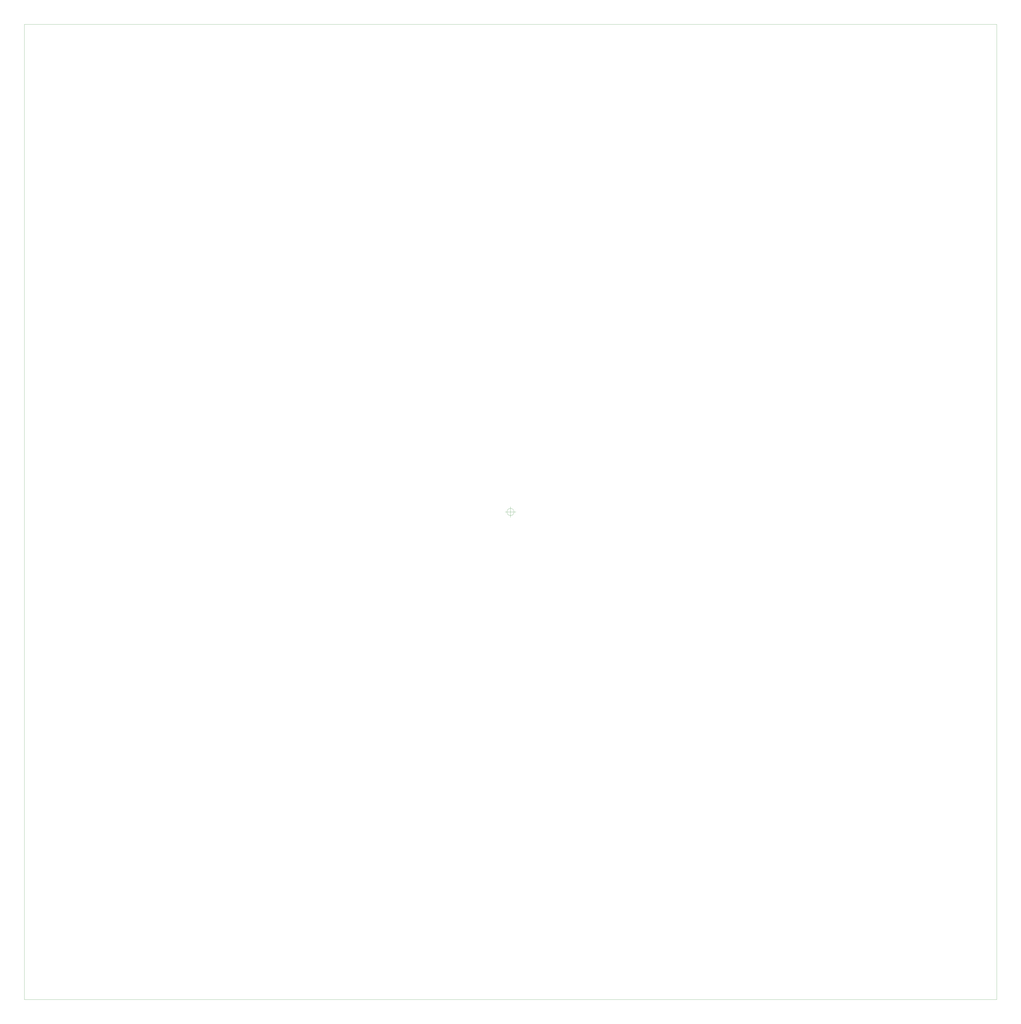
<source format=gbr>
%TF.GenerationSoftware,KiCad,Pcbnew,(5.1.9-0-10_14)*%
%TF.CreationDate,2021-06-01T11:43:06-04:00*%
%TF.ProjectId,9x9backplane,39783962-6163-46b7-906c-616e652e6b69,C*%
%TF.SameCoordinates,Original*%
%TF.FileFunction,Profile,NP*%
%FSLAX46Y46*%
G04 Gerber Fmt 4.6, Leading zero omitted, Abs format (unit mm)*
G04 Created by KiCad (PCBNEW (5.1.9-0-10_14)) date 2021-06-01 11:43:06*
%MOMM*%
%LPD*%
G01*
G04 APERTURE LIST*
%TA.AperFunction,Profile*%
%ADD10C,0.050000*%
%TD*%
G04 APERTURE END LIST*
D10*
X276666666Y-275000000D02*
G75*
G03*
X276666666Y-275000000I-1666666J0D01*
G01*
X272500000Y-275000000D02*
X277500000Y-275000000D01*
X275000000Y-272500000D02*
X275000000Y-277500000D01*
X48000000Y-502500000D02*
X48000000Y-47500000D01*
X502000000Y-502500000D02*
X48000000Y-502500000D01*
X502000000Y-47500000D02*
X502000000Y-502500000D01*
X48000000Y-47500000D02*
X502000000Y-47500000D01*
M02*

</source>
